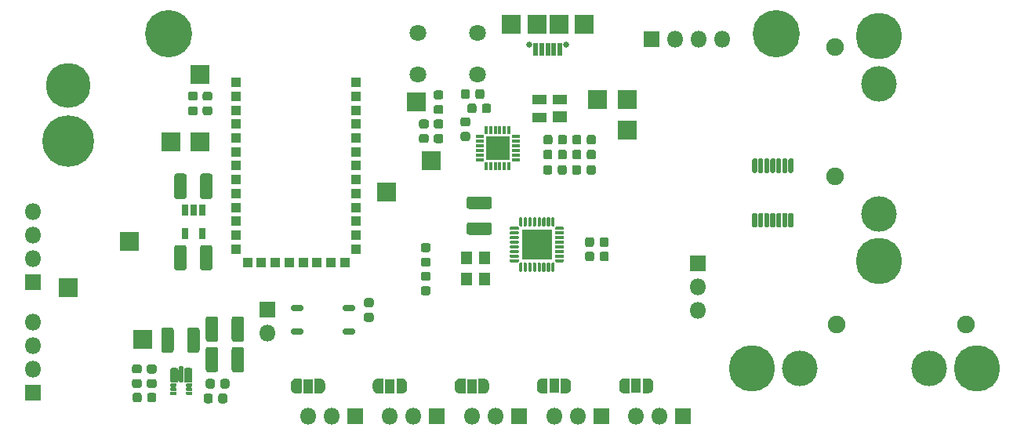
<source format=gbr>
%TF.GenerationSoftware,KiCad,Pcbnew,(5.1.6)-1*%
%TF.CreationDate,2021-08-26T12:07:42+02:00*%
%TF.ProjectId,Car LEDs,43617220-4c45-4447-932e-6b696361645f,rev?*%
%TF.SameCoordinates,Original*%
%TF.FileFunction,Soldermask,Top*%
%TF.FilePolarity,Negative*%
%FSLAX46Y46*%
G04 Gerber Fmt 4.6, Leading zero omitted, Abs format (unit mm)*
G04 Created by KiCad (PCBNEW (5.1.6)-1) date 2021-08-26 12:07:42*
%MOMM*%
%LPD*%
G01*
G04 APERTURE LIST*
%ADD10C,0.900000*%
%ADD11C,5.100000*%
%ADD12R,3.200000X3.200000*%
%ADD13R,2.100000X2.100000*%
%ADD14R,1.200000X1.400000*%
%ADD15O,1.800000X1.800000*%
%ADD16R,1.800000X1.800000*%
%ADD17C,1.800000*%
%ADD18O,1.400000X0.700000*%
%ADD19R,1.100000X1.600000*%
%ADD20C,0.100000*%
%ADD21C,4.840000*%
%ADD22C,5.560000*%
%ADD23C,4.990000*%
%ADD24C,1.900000*%
%ADD25C,3.850000*%
%ADD26R,2.000000X2.000000*%
%ADD27C,0.650000*%
%ADD28R,0.500000X1.450000*%
%ADD29R,0.700000X1.250000*%
%ADD30R,1.100000X1.100000*%
%ADD31R,2.650000X2.650000*%
%ADD32R,0.950000X0.400000*%
%ADD33R,0.400000X0.950000*%
%ADD34R,1.500000X1.000000*%
%ADD35R,1.500000X1.200000*%
G04 APERTURE END LIST*
%TO.C,IC4*%
G36*
G01*
X100780000Y-83170000D02*
X100780000Y-81590000D01*
G75*
G02*
X100905000Y-81465000I125000J0D01*
G01*
X101155000Y-81465000D01*
G75*
G02*
X101280000Y-81590000I0J-125000D01*
G01*
X101280000Y-83170000D01*
G75*
G02*
X101155000Y-83295000I-125000J0D01*
G01*
X100905000Y-83295000D01*
G75*
G02*
X100780000Y-83170000I0J125000D01*
G01*
G37*
G36*
G01*
X101330000Y-83070000D02*
X101330000Y-81920000D01*
G75*
G02*
X101555000Y-81695000I225000J0D01*
G01*
X102005000Y-81695000D01*
G75*
G02*
X102230000Y-81920000I0J-225000D01*
G01*
X102230000Y-83070000D01*
G75*
G02*
X102005000Y-83295000I-225000J0D01*
G01*
X101555000Y-83295000D01*
G75*
G02*
X101330000Y-83070000I0J225000D01*
G01*
G37*
G36*
G01*
X102130000Y-83745000D02*
X101630000Y-83745000D01*
G75*
G02*
X101530000Y-83645000I0J100000D01*
G01*
X101530000Y-83445000D01*
G75*
G02*
X101630000Y-83345000I100000J0D01*
G01*
X102130000Y-83345000D01*
G75*
G02*
X102230000Y-83445000I0J-100000D01*
G01*
X102230000Y-83645000D01*
G75*
G02*
X102130000Y-83745000I-100000J0D01*
G01*
G37*
G36*
G01*
X102130000Y-84195000D02*
X101630000Y-84195000D01*
G75*
G02*
X101530000Y-84095000I0J100000D01*
G01*
X101530000Y-83895000D01*
G75*
G02*
X101630000Y-83795000I100000J0D01*
G01*
X102130000Y-83795000D01*
G75*
G02*
X102230000Y-83895000I0J-100000D01*
G01*
X102230000Y-84095000D01*
G75*
G02*
X102130000Y-84195000I-100000J0D01*
G01*
G37*
G36*
G01*
X102130000Y-84645000D02*
X101630000Y-84645000D01*
G75*
G02*
X101530000Y-84545000I0J100000D01*
G01*
X101530000Y-84345000D01*
G75*
G02*
X101630000Y-84245000I100000J0D01*
G01*
X102130000Y-84245000D01*
G75*
G02*
X102230000Y-84345000I0J-100000D01*
G01*
X102230000Y-84545000D01*
G75*
G02*
X102130000Y-84645000I-100000J0D01*
G01*
G37*
G36*
G01*
X100430000Y-84645000D02*
X99930000Y-84645000D01*
G75*
G02*
X99830000Y-84545000I0J100000D01*
G01*
X99830000Y-84345000D01*
G75*
G02*
X99930000Y-84245000I100000J0D01*
G01*
X100430000Y-84245000D01*
G75*
G02*
X100530000Y-84345000I0J-100000D01*
G01*
X100530000Y-84545000D01*
G75*
G02*
X100430000Y-84645000I-100000J0D01*
G01*
G37*
G36*
G01*
X100430000Y-84195000D02*
X99930000Y-84195000D01*
G75*
G02*
X99830000Y-84095000I0J100000D01*
G01*
X99830000Y-83895000D01*
G75*
G02*
X99930000Y-83795000I100000J0D01*
G01*
X100430000Y-83795000D01*
G75*
G02*
X100530000Y-83895000I0J-100000D01*
G01*
X100530000Y-84095000D01*
G75*
G02*
X100430000Y-84195000I-100000J0D01*
G01*
G37*
G36*
G01*
X100430000Y-83745000D02*
X99930000Y-83745000D01*
G75*
G02*
X99830000Y-83645000I0J100000D01*
G01*
X99830000Y-83445000D01*
G75*
G02*
X99930000Y-83345000I100000J0D01*
G01*
X100430000Y-83345000D01*
G75*
G02*
X100530000Y-83445000I0J-100000D01*
G01*
X100530000Y-83645000D01*
G75*
G02*
X100430000Y-83745000I-100000J0D01*
G01*
G37*
G36*
G01*
X99830000Y-83070000D02*
X99830000Y-81920000D01*
G75*
G02*
X100055000Y-81695000I225000J0D01*
G01*
X100505000Y-81695000D01*
G75*
G02*
X100730000Y-81920000I0J-225000D01*
G01*
X100730000Y-83070000D01*
G75*
G02*
X100505000Y-83295000I-225000J0D01*
G01*
X100055000Y-83295000D01*
G75*
G02*
X99830000Y-83070000I0J225000D01*
G01*
G37*
%TD*%
D10*
%TO.C,H2*%
X166635825Y-44304175D03*
X165310000Y-43755000D03*
X163984175Y-44304175D03*
X163435000Y-45630000D03*
X163984175Y-46955825D03*
X165310000Y-47505000D03*
X166635825Y-46955825D03*
X167185000Y-45630000D03*
D11*
X165310000Y-45630000D03*
%TD*%
D10*
%TO.C,H1*%
X100950000Y-44240000D03*
X99624175Y-43690825D03*
X98298350Y-44240000D03*
X97749175Y-45565825D03*
X98298350Y-46891650D03*
X99624175Y-47440825D03*
X100950000Y-46891650D03*
X101499175Y-45565825D03*
D11*
X99624175Y-45565825D03*
%TD*%
D12*
%TO.C,U1*%
X139427220Y-68368480D03*
G36*
G01*
X137502220Y-66330980D02*
X137502220Y-65530980D01*
G75*
G02*
X137589720Y-65443480I87500J0D01*
G01*
X137764720Y-65443480D01*
G75*
G02*
X137852220Y-65530980I0J-87500D01*
G01*
X137852220Y-66330980D01*
G75*
G02*
X137764720Y-66418480I-87500J0D01*
G01*
X137589720Y-66418480D01*
G75*
G02*
X137502220Y-66330980I0J87500D01*
G01*
G37*
G36*
G01*
X138002220Y-66330980D02*
X138002220Y-65530980D01*
G75*
G02*
X138089720Y-65443480I87500J0D01*
G01*
X138264720Y-65443480D01*
G75*
G02*
X138352220Y-65530980I0J-87500D01*
G01*
X138352220Y-66330980D01*
G75*
G02*
X138264720Y-66418480I-87500J0D01*
G01*
X138089720Y-66418480D01*
G75*
G02*
X138002220Y-66330980I0J87500D01*
G01*
G37*
G36*
G01*
X138502220Y-66330980D02*
X138502220Y-65530980D01*
G75*
G02*
X138589720Y-65443480I87500J0D01*
G01*
X138764720Y-65443480D01*
G75*
G02*
X138852220Y-65530980I0J-87500D01*
G01*
X138852220Y-66330980D01*
G75*
G02*
X138764720Y-66418480I-87500J0D01*
G01*
X138589720Y-66418480D01*
G75*
G02*
X138502220Y-66330980I0J87500D01*
G01*
G37*
G36*
G01*
X139002220Y-66330980D02*
X139002220Y-65530980D01*
G75*
G02*
X139089720Y-65443480I87500J0D01*
G01*
X139264720Y-65443480D01*
G75*
G02*
X139352220Y-65530980I0J-87500D01*
G01*
X139352220Y-66330980D01*
G75*
G02*
X139264720Y-66418480I-87500J0D01*
G01*
X139089720Y-66418480D01*
G75*
G02*
X139002220Y-66330980I0J87500D01*
G01*
G37*
G36*
G01*
X139502220Y-66330980D02*
X139502220Y-65530980D01*
G75*
G02*
X139589720Y-65443480I87500J0D01*
G01*
X139764720Y-65443480D01*
G75*
G02*
X139852220Y-65530980I0J-87500D01*
G01*
X139852220Y-66330980D01*
G75*
G02*
X139764720Y-66418480I-87500J0D01*
G01*
X139589720Y-66418480D01*
G75*
G02*
X139502220Y-66330980I0J87500D01*
G01*
G37*
G36*
G01*
X140002220Y-66330980D02*
X140002220Y-65530980D01*
G75*
G02*
X140089720Y-65443480I87500J0D01*
G01*
X140264720Y-65443480D01*
G75*
G02*
X140352220Y-65530980I0J-87500D01*
G01*
X140352220Y-66330980D01*
G75*
G02*
X140264720Y-66418480I-87500J0D01*
G01*
X140089720Y-66418480D01*
G75*
G02*
X140002220Y-66330980I0J87500D01*
G01*
G37*
G36*
G01*
X140502220Y-66330980D02*
X140502220Y-65530980D01*
G75*
G02*
X140589720Y-65443480I87500J0D01*
G01*
X140764720Y-65443480D01*
G75*
G02*
X140852220Y-65530980I0J-87500D01*
G01*
X140852220Y-66330980D01*
G75*
G02*
X140764720Y-66418480I-87500J0D01*
G01*
X140589720Y-66418480D01*
G75*
G02*
X140502220Y-66330980I0J87500D01*
G01*
G37*
G36*
G01*
X141002220Y-66330980D02*
X141002220Y-65530980D01*
G75*
G02*
X141089720Y-65443480I87500J0D01*
G01*
X141264720Y-65443480D01*
G75*
G02*
X141352220Y-65530980I0J-87500D01*
G01*
X141352220Y-66330980D01*
G75*
G02*
X141264720Y-66418480I-87500J0D01*
G01*
X141089720Y-66418480D01*
G75*
G02*
X141002220Y-66330980I0J87500D01*
G01*
G37*
G36*
G01*
X141377220Y-66705980D02*
X141377220Y-66530980D01*
G75*
G02*
X141464720Y-66443480I87500J0D01*
G01*
X142264720Y-66443480D01*
G75*
G02*
X142352220Y-66530980I0J-87500D01*
G01*
X142352220Y-66705980D01*
G75*
G02*
X142264720Y-66793480I-87500J0D01*
G01*
X141464720Y-66793480D01*
G75*
G02*
X141377220Y-66705980I0J87500D01*
G01*
G37*
G36*
G01*
X141377220Y-67205980D02*
X141377220Y-67030980D01*
G75*
G02*
X141464720Y-66943480I87500J0D01*
G01*
X142264720Y-66943480D01*
G75*
G02*
X142352220Y-67030980I0J-87500D01*
G01*
X142352220Y-67205980D01*
G75*
G02*
X142264720Y-67293480I-87500J0D01*
G01*
X141464720Y-67293480D01*
G75*
G02*
X141377220Y-67205980I0J87500D01*
G01*
G37*
G36*
G01*
X141377220Y-67705980D02*
X141377220Y-67530980D01*
G75*
G02*
X141464720Y-67443480I87500J0D01*
G01*
X142264720Y-67443480D01*
G75*
G02*
X142352220Y-67530980I0J-87500D01*
G01*
X142352220Y-67705980D01*
G75*
G02*
X142264720Y-67793480I-87500J0D01*
G01*
X141464720Y-67793480D01*
G75*
G02*
X141377220Y-67705980I0J87500D01*
G01*
G37*
G36*
G01*
X141377220Y-68205980D02*
X141377220Y-68030980D01*
G75*
G02*
X141464720Y-67943480I87500J0D01*
G01*
X142264720Y-67943480D01*
G75*
G02*
X142352220Y-68030980I0J-87500D01*
G01*
X142352220Y-68205980D01*
G75*
G02*
X142264720Y-68293480I-87500J0D01*
G01*
X141464720Y-68293480D01*
G75*
G02*
X141377220Y-68205980I0J87500D01*
G01*
G37*
G36*
G01*
X141377220Y-68705980D02*
X141377220Y-68530980D01*
G75*
G02*
X141464720Y-68443480I87500J0D01*
G01*
X142264720Y-68443480D01*
G75*
G02*
X142352220Y-68530980I0J-87500D01*
G01*
X142352220Y-68705980D01*
G75*
G02*
X142264720Y-68793480I-87500J0D01*
G01*
X141464720Y-68793480D01*
G75*
G02*
X141377220Y-68705980I0J87500D01*
G01*
G37*
G36*
G01*
X141377220Y-69205980D02*
X141377220Y-69030980D01*
G75*
G02*
X141464720Y-68943480I87500J0D01*
G01*
X142264720Y-68943480D01*
G75*
G02*
X142352220Y-69030980I0J-87500D01*
G01*
X142352220Y-69205980D01*
G75*
G02*
X142264720Y-69293480I-87500J0D01*
G01*
X141464720Y-69293480D01*
G75*
G02*
X141377220Y-69205980I0J87500D01*
G01*
G37*
G36*
G01*
X141377220Y-69705980D02*
X141377220Y-69530980D01*
G75*
G02*
X141464720Y-69443480I87500J0D01*
G01*
X142264720Y-69443480D01*
G75*
G02*
X142352220Y-69530980I0J-87500D01*
G01*
X142352220Y-69705980D01*
G75*
G02*
X142264720Y-69793480I-87500J0D01*
G01*
X141464720Y-69793480D01*
G75*
G02*
X141377220Y-69705980I0J87500D01*
G01*
G37*
G36*
G01*
X141377220Y-70205980D02*
X141377220Y-70030980D01*
G75*
G02*
X141464720Y-69943480I87500J0D01*
G01*
X142264720Y-69943480D01*
G75*
G02*
X142352220Y-70030980I0J-87500D01*
G01*
X142352220Y-70205980D01*
G75*
G02*
X142264720Y-70293480I-87500J0D01*
G01*
X141464720Y-70293480D01*
G75*
G02*
X141377220Y-70205980I0J87500D01*
G01*
G37*
G36*
G01*
X141002220Y-71205980D02*
X141002220Y-70405980D01*
G75*
G02*
X141089720Y-70318480I87500J0D01*
G01*
X141264720Y-70318480D01*
G75*
G02*
X141352220Y-70405980I0J-87500D01*
G01*
X141352220Y-71205980D01*
G75*
G02*
X141264720Y-71293480I-87500J0D01*
G01*
X141089720Y-71293480D01*
G75*
G02*
X141002220Y-71205980I0J87500D01*
G01*
G37*
G36*
G01*
X140502220Y-71205980D02*
X140502220Y-70405980D01*
G75*
G02*
X140589720Y-70318480I87500J0D01*
G01*
X140764720Y-70318480D01*
G75*
G02*
X140852220Y-70405980I0J-87500D01*
G01*
X140852220Y-71205980D01*
G75*
G02*
X140764720Y-71293480I-87500J0D01*
G01*
X140589720Y-71293480D01*
G75*
G02*
X140502220Y-71205980I0J87500D01*
G01*
G37*
G36*
G01*
X140002220Y-71205980D02*
X140002220Y-70405980D01*
G75*
G02*
X140089720Y-70318480I87500J0D01*
G01*
X140264720Y-70318480D01*
G75*
G02*
X140352220Y-70405980I0J-87500D01*
G01*
X140352220Y-71205980D01*
G75*
G02*
X140264720Y-71293480I-87500J0D01*
G01*
X140089720Y-71293480D01*
G75*
G02*
X140002220Y-71205980I0J87500D01*
G01*
G37*
G36*
G01*
X139502220Y-71205980D02*
X139502220Y-70405980D01*
G75*
G02*
X139589720Y-70318480I87500J0D01*
G01*
X139764720Y-70318480D01*
G75*
G02*
X139852220Y-70405980I0J-87500D01*
G01*
X139852220Y-71205980D01*
G75*
G02*
X139764720Y-71293480I-87500J0D01*
G01*
X139589720Y-71293480D01*
G75*
G02*
X139502220Y-71205980I0J87500D01*
G01*
G37*
G36*
G01*
X139002220Y-71205980D02*
X139002220Y-70405980D01*
G75*
G02*
X139089720Y-70318480I87500J0D01*
G01*
X139264720Y-70318480D01*
G75*
G02*
X139352220Y-70405980I0J-87500D01*
G01*
X139352220Y-71205980D01*
G75*
G02*
X139264720Y-71293480I-87500J0D01*
G01*
X139089720Y-71293480D01*
G75*
G02*
X139002220Y-71205980I0J87500D01*
G01*
G37*
G36*
G01*
X138502220Y-71205980D02*
X138502220Y-70405980D01*
G75*
G02*
X138589720Y-70318480I87500J0D01*
G01*
X138764720Y-70318480D01*
G75*
G02*
X138852220Y-70405980I0J-87500D01*
G01*
X138852220Y-71205980D01*
G75*
G02*
X138764720Y-71293480I-87500J0D01*
G01*
X138589720Y-71293480D01*
G75*
G02*
X138502220Y-71205980I0J87500D01*
G01*
G37*
G36*
G01*
X138002220Y-71205980D02*
X138002220Y-70405980D01*
G75*
G02*
X138089720Y-70318480I87500J0D01*
G01*
X138264720Y-70318480D01*
G75*
G02*
X138352220Y-70405980I0J-87500D01*
G01*
X138352220Y-71205980D01*
G75*
G02*
X138264720Y-71293480I-87500J0D01*
G01*
X138089720Y-71293480D01*
G75*
G02*
X138002220Y-71205980I0J87500D01*
G01*
G37*
G36*
G01*
X137502220Y-71205980D02*
X137502220Y-70405980D01*
G75*
G02*
X137589720Y-70318480I87500J0D01*
G01*
X137764720Y-70318480D01*
G75*
G02*
X137852220Y-70405980I0J-87500D01*
G01*
X137852220Y-71205980D01*
G75*
G02*
X137764720Y-71293480I-87500J0D01*
G01*
X137589720Y-71293480D01*
G75*
G02*
X137502220Y-71205980I0J87500D01*
G01*
G37*
G36*
G01*
X136502220Y-70205980D02*
X136502220Y-70030980D01*
G75*
G02*
X136589720Y-69943480I87500J0D01*
G01*
X137389720Y-69943480D01*
G75*
G02*
X137477220Y-70030980I0J-87500D01*
G01*
X137477220Y-70205980D01*
G75*
G02*
X137389720Y-70293480I-87500J0D01*
G01*
X136589720Y-70293480D01*
G75*
G02*
X136502220Y-70205980I0J87500D01*
G01*
G37*
G36*
G01*
X136502220Y-69705980D02*
X136502220Y-69530980D01*
G75*
G02*
X136589720Y-69443480I87500J0D01*
G01*
X137389720Y-69443480D01*
G75*
G02*
X137477220Y-69530980I0J-87500D01*
G01*
X137477220Y-69705980D01*
G75*
G02*
X137389720Y-69793480I-87500J0D01*
G01*
X136589720Y-69793480D01*
G75*
G02*
X136502220Y-69705980I0J87500D01*
G01*
G37*
G36*
G01*
X136502220Y-69205980D02*
X136502220Y-69030980D01*
G75*
G02*
X136589720Y-68943480I87500J0D01*
G01*
X137389720Y-68943480D01*
G75*
G02*
X137477220Y-69030980I0J-87500D01*
G01*
X137477220Y-69205980D01*
G75*
G02*
X137389720Y-69293480I-87500J0D01*
G01*
X136589720Y-69293480D01*
G75*
G02*
X136502220Y-69205980I0J87500D01*
G01*
G37*
G36*
G01*
X136502220Y-68705980D02*
X136502220Y-68530980D01*
G75*
G02*
X136589720Y-68443480I87500J0D01*
G01*
X137389720Y-68443480D01*
G75*
G02*
X137477220Y-68530980I0J-87500D01*
G01*
X137477220Y-68705980D01*
G75*
G02*
X137389720Y-68793480I-87500J0D01*
G01*
X136589720Y-68793480D01*
G75*
G02*
X136502220Y-68705980I0J87500D01*
G01*
G37*
G36*
G01*
X136502220Y-68205980D02*
X136502220Y-68030980D01*
G75*
G02*
X136589720Y-67943480I87500J0D01*
G01*
X137389720Y-67943480D01*
G75*
G02*
X137477220Y-68030980I0J-87500D01*
G01*
X137477220Y-68205980D01*
G75*
G02*
X137389720Y-68293480I-87500J0D01*
G01*
X136589720Y-68293480D01*
G75*
G02*
X136502220Y-68205980I0J87500D01*
G01*
G37*
G36*
G01*
X136502220Y-67705980D02*
X136502220Y-67530980D01*
G75*
G02*
X136589720Y-67443480I87500J0D01*
G01*
X137389720Y-67443480D01*
G75*
G02*
X137477220Y-67530980I0J-87500D01*
G01*
X137477220Y-67705980D01*
G75*
G02*
X137389720Y-67793480I-87500J0D01*
G01*
X136589720Y-67793480D01*
G75*
G02*
X136502220Y-67705980I0J87500D01*
G01*
G37*
G36*
G01*
X136502220Y-67205980D02*
X136502220Y-67030980D01*
G75*
G02*
X136589720Y-66943480I87500J0D01*
G01*
X137389720Y-66943480D01*
G75*
G02*
X137477220Y-67030980I0J-87500D01*
G01*
X137477220Y-67205980D01*
G75*
G02*
X137389720Y-67293480I-87500J0D01*
G01*
X136589720Y-67293480D01*
G75*
G02*
X136502220Y-67205980I0J87500D01*
G01*
G37*
G36*
G01*
X136502220Y-66705980D02*
X136502220Y-66530980D01*
G75*
G02*
X136589720Y-66443480I87500J0D01*
G01*
X137389720Y-66443480D01*
G75*
G02*
X137477220Y-66530980I0J-87500D01*
G01*
X137477220Y-66705980D01*
G75*
G02*
X137389720Y-66793480I-87500J0D01*
G01*
X136589720Y-66793480D01*
G75*
G02*
X136502220Y-66705980I0J87500D01*
G01*
G37*
%TD*%
%TO.C,IC2*%
G36*
G01*
X163225000Y-59202000D02*
X163225000Y-60502000D01*
G75*
G02*
X163087500Y-60639500I-137500J0D01*
G01*
X162812500Y-60639500D01*
G75*
G02*
X162675000Y-60502000I0J137500D01*
G01*
X162675000Y-59202000D01*
G75*
G02*
X162812500Y-59064500I137500J0D01*
G01*
X163087500Y-59064500D01*
G75*
G02*
X163225000Y-59202000I0J-137500D01*
G01*
G37*
G36*
G01*
X163875000Y-59202000D02*
X163875000Y-60502000D01*
G75*
G02*
X163737500Y-60639500I-137500J0D01*
G01*
X163462500Y-60639500D01*
G75*
G02*
X163325000Y-60502000I0J137500D01*
G01*
X163325000Y-59202000D01*
G75*
G02*
X163462500Y-59064500I137500J0D01*
G01*
X163737500Y-59064500D01*
G75*
G02*
X163875000Y-59202000I0J-137500D01*
G01*
G37*
G36*
G01*
X164525000Y-59202000D02*
X164525000Y-60502000D01*
G75*
G02*
X164387500Y-60639500I-137500J0D01*
G01*
X164112500Y-60639500D01*
G75*
G02*
X163975000Y-60502000I0J137500D01*
G01*
X163975000Y-59202000D01*
G75*
G02*
X164112500Y-59064500I137500J0D01*
G01*
X164387500Y-59064500D01*
G75*
G02*
X164525000Y-59202000I0J-137500D01*
G01*
G37*
G36*
G01*
X165175000Y-59202000D02*
X165175000Y-60502000D01*
G75*
G02*
X165037500Y-60639500I-137500J0D01*
G01*
X164762500Y-60639500D01*
G75*
G02*
X164625000Y-60502000I0J137500D01*
G01*
X164625000Y-59202000D01*
G75*
G02*
X164762500Y-59064500I137500J0D01*
G01*
X165037500Y-59064500D01*
G75*
G02*
X165175000Y-59202000I0J-137500D01*
G01*
G37*
G36*
G01*
X165825000Y-59202000D02*
X165825000Y-60502000D01*
G75*
G02*
X165687500Y-60639500I-137500J0D01*
G01*
X165412500Y-60639500D01*
G75*
G02*
X165275000Y-60502000I0J137500D01*
G01*
X165275000Y-59202000D01*
G75*
G02*
X165412500Y-59064500I137500J0D01*
G01*
X165687500Y-59064500D01*
G75*
G02*
X165825000Y-59202000I0J-137500D01*
G01*
G37*
G36*
G01*
X166475000Y-59202000D02*
X166475000Y-60502000D01*
G75*
G02*
X166337500Y-60639500I-137500J0D01*
G01*
X166062500Y-60639500D01*
G75*
G02*
X165925000Y-60502000I0J137500D01*
G01*
X165925000Y-59202000D01*
G75*
G02*
X166062500Y-59064500I137500J0D01*
G01*
X166337500Y-59064500D01*
G75*
G02*
X166475000Y-59202000I0J-137500D01*
G01*
G37*
G36*
G01*
X167125000Y-59202000D02*
X167125000Y-60502000D01*
G75*
G02*
X166987500Y-60639500I-137500J0D01*
G01*
X166712500Y-60639500D01*
G75*
G02*
X166575000Y-60502000I0J137500D01*
G01*
X166575000Y-59202000D01*
G75*
G02*
X166712500Y-59064500I137500J0D01*
G01*
X166987500Y-59064500D01*
G75*
G02*
X167125000Y-59202000I0J-137500D01*
G01*
G37*
G36*
G01*
X167125000Y-65078000D02*
X167125000Y-66378000D01*
G75*
G02*
X166987500Y-66515500I-137500J0D01*
G01*
X166712500Y-66515500D01*
G75*
G02*
X166575000Y-66378000I0J137500D01*
G01*
X166575000Y-65078000D01*
G75*
G02*
X166712500Y-64940500I137500J0D01*
G01*
X166987500Y-64940500D01*
G75*
G02*
X167125000Y-65078000I0J-137500D01*
G01*
G37*
G36*
G01*
X166475000Y-65078000D02*
X166475000Y-66378000D01*
G75*
G02*
X166337500Y-66515500I-137500J0D01*
G01*
X166062500Y-66515500D01*
G75*
G02*
X165925000Y-66378000I0J137500D01*
G01*
X165925000Y-65078000D01*
G75*
G02*
X166062500Y-64940500I137500J0D01*
G01*
X166337500Y-64940500D01*
G75*
G02*
X166475000Y-65078000I0J-137500D01*
G01*
G37*
G36*
G01*
X165825000Y-65078000D02*
X165825000Y-66378000D01*
G75*
G02*
X165687500Y-66515500I-137500J0D01*
G01*
X165412500Y-66515500D01*
G75*
G02*
X165275000Y-66378000I0J137500D01*
G01*
X165275000Y-65078000D01*
G75*
G02*
X165412500Y-64940500I137500J0D01*
G01*
X165687500Y-64940500D01*
G75*
G02*
X165825000Y-65078000I0J-137500D01*
G01*
G37*
G36*
G01*
X165175000Y-65078000D02*
X165175000Y-66378000D01*
G75*
G02*
X165037500Y-66515500I-137500J0D01*
G01*
X164762500Y-66515500D01*
G75*
G02*
X164625000Y-66378000I0J137500D01*
G01*
X164625000Y-65078000D01*
G75*
G02*
X164762500Y-64940500I137500J0D01*
G01*
X165037500Y-64940500D01*
G75*
G02*
X165175000Y-65078000I0J-137500D01*
G01*
G37*
G36*
G01*
X164525000Y-65078000D02*
X164525000Y-66378000D01*
G75*
G02*
X164387500Y-66515500I-137500J0D01*
G01*
X164112500Y-66515500D01*
G75*
G02*
X163975000Y-66378000I0J137500D01*
G01*
X163975000Y-65078000D01*
G75*
G02*
X164112500Y-64940500I137500J0D01*
G01*
X164387500Y-64940500D01*
G75*
G02*
X164525000Y-65078000I0J-137500D01*
G01*
G37*
G36*
G01*
X163875000Y-65078000D02*
X163875000Y-66378000D01*
G75*
G02*
X163737500Y-66515500I-137500J0D01*
G01*
X163462500Y-66515500D01*
G75*
G02*
X163325000Y-66378000I0J137500D01*
G01*
X163325000Y-65078000D01*
G75*
G02*
X163462500Y-64940500I137500J0D01*
G01*
X163737500Y-64940500D01*
G75*
G02*
X163875000Y-65078000I0J-137500D01*
G01*
G37*
G36*
G01*
X163225000Y-65078000D02*
X163225000Y-66378000D01*
G75*
G02*
X163087500Y-66515500I-137500J0D01*
G01*
X162812500Y-66515500D01*
G75*
G02*
X162675000Y-66378000I0J137500D01*
G01*
X162675000Y-65078000D01*
G75*
G02*
X162812500Y-64940500I137500J0D01*
G01*
X163087500Y-64940500D01*
G75*
G02*
X163225000Y-65078000I0J-137500D01*
G01*
G37*
%TD*%
D13*
%TO.C,TP13*%
X103044200Y-57267400D03*
%TD*%
%TO.C,TP12*%
X103044200Y-49952200D03*
%TD*%
D14*
%TO.C,Y1*%
X133755000Y-69770000D03*
X133755000Y-72070000D03*
X131855000Y-72070000D03*
X131855000Y-69770000D03*
%TD*%
D15*
%TO.C,J11*%
X150140000Y-86910000D03*
X152680000Y-86910000D03*
D16*
X155220000Y-86910000D03*
%TD*%
D15*
%TO.C,J10*%
X141280000Y-86910000D03*
X143820000Y-86910000D03*
D16*
X146360000Y-86910000D03*
%TD*%
D15*
%TO.C,J9*%
X132410000Y-86920000D03*
X134950000Y-86920000D03*
D16*
X137490000Y-86920000D03*
%TD*%
D15*
%TO.C,J8*%
X123540000Y-86910000D03*
X126080000Y-86910000D03*
D16*
X128620000Y-86910000D03*
%TD*%
D15*
%TO.C,J7*%
X114700000Y-86910000D03*
X117240000Y-86910000D03*
D16*
X119780000Y-86910000D03*
%TD*%
D13*
%TO.C,TP11*%
X95440000Y-68050000D03*
%TD*%
%TO.C,TP10*%
X96827200Y-78588000D03*
%TD*%
%TO.C,TP9*%
X99885000Y-57255000D03*
%TD*%
%TO.C,TP8*%
X123200000Y-62660000D03*
%TD*%
%TO.C,TP7*%
X126406000Y-52962000D03*
%TD*%
%TO.C,TP6*%
X88840000Y-73030000D03*
%TD*%
%TO.C,TP5*%
X128056000Y-59272000D03*
%TD*%
%TO.C,TP4*%
X145935000Y-52730000D03*
%TD*%
%TO.C,TP3*%
X149210000Y-56000000D03*
%TD*%
%TO.C,TP2*%
X149170000Y-52720000D03*
%TD*%
D17*
%TO.C,SW1*%
X126556000Y-45500000D03*
X133056000Y-50000000D03*
X133056000Y-45500000D03*
X126556000Y-50000000D03*
%TD*%
%TO.C,R12*%
G36*
G01*
X97352500Y-85181250D02*
X97352500Y-84618750D01*
G75*
G02*
X97596250Y-84375000I243750J0D01*
G01*
X98083750Y-84375000D01*
G75*
G02*
X98327500Y-84618750I0J-243750D01*
G01*
X98327500Y-85181250D01*
G75*
G02*
X98083750Y-85425000I-243750J0D01*
G01*
X97596250Y-85425000D01*
G75*
G02*
X97352500Y-85181250I0J243750D01*
G01*
G37*
G36*
G01*
X95777500Y-85181250D02*
X95777500Y-84618750D01*
G75*
G02*
X96021250Y-84375000I243750J0D01*
G01*
X96508750Y-84375000D01*
G75*
G02*
X96752500Y-84618750I0J-243750D01*
G01*
X96752500Y-85181250D01*
G75*
G02*
X96508750Y-85425000I-243750J0D01*
G01*
X96021250Y-85425000D01*
G75*
G02*
X95777500Y-85181250I0J243750D01*
G01*
G37*
%TD*%
%TO.C,R11*%
G36*
G01*
X97558750Y-82900000D02*
X98121250Y-82900000D01*
G75*
G02*
X98365000Y-83143750I0J-243750D01*
G01*
X98365000Y-83631250D01*
G75*
G02*
X98121250Y-83875000I-243750J0D01*
G01*
X97558750Y-83875000D01*
G75*
G02*
X97315000Y-83631250I0J243750D01*
G01*
X97315000Y-83143750D01*
G75*
G02*
X97558750Y-82900000I243750J0D01*
G01*
G37*
G36*
G01*
X97558750Y-81325000D02*
X98121250Y-81325000D01*
G75*
G02*
X98365000Y-81568750I0J-243750D01*
G01*
X98365000Y-82056250D01*
G75*
G02*
X98121250Y-82300000I-243750J0D01*
G01*
X97558750Y-82300000D01*
G75*
G02*
X97315000Y-82056250I0J243750D01*
G01*
X97315000Y-81568750D01*
G75*
G02*
X97558750Y-81325000I243750J0D01*
G01*
G37*
%TD*%
%TO.C,R10*%
G36*
G01*
X128524750Y-53289500D02*
X129087250Y-53289500D01*
G75*
G02*
X129331000Y-53533250I0J-243750D01*
G01*
X129331000Y-54020750D01*
G75*
G02*
X129087250Y-54264500I-243750J0D01*
G01*
X128524750Y-54264500D01*
G75*
G02*
X128281000Y-54020750I0J243750D01*
G01*
X128281000Y-53533250D01*
G75*
G02*
X128524750Y-53289500I243750J0D01*
G01*
G37*
G36*
G01*
X128524750Y-51714500D02*
X129087250Y-51714500D01*
G75*
G02*
X129331000Y-51958250I0J-243750D01*
G01*
X129331000Y-52445750D01*
G75*
G02*
X129087250Y-52689500I-243750J0D01*
G01*
X128524750Y-52689500D01*
G75*
G02*
X128281000Y-52445750I0J243750D01*
G01*
X128281000Y-51958250D01*
G75*
G02*
X128524750Y-51714500I243750J0D01*
G01*
G37*
%TD*%
%TO.C,R9*%
G36*
G01*
X102000950Y-53427300D02*
X102563450Y-53427300D01*
G75*
G02*
X102807200Y-53671050I0J-243750D01*
G01*
X102807200Y-54158550D01*
G75*
G02*
X102563450Y-54402300I-243750J0D01*
G01*
X102000950Y-54402300D01*
G75*
G02*
X101757200Y-54158550I0J243750D01*
G01*
X101757200Y-53671050D01*
G75*
G02*
X102000950Y-53427300I243750J0D01*
G01*
G37*
G36*
G01*
X102000950Y-51852300D02*
X102563450Y-51852300D01*
G75*
G02*
X102807200Y-52096050I0J-243750D01*
G01*
X102807200Y-52583550D01*
G75*
G02*
X102563450Y-52827300I-243750J0D01*
G01*
X102000950Y-52827300D01*
G75*
G02*
X101757200Y-52583550I0J243750D01*
G01*
X101757200Y-52096050D01*
G75*
G02*
X102000950Y-51852300I243750J0D01*
G01*
G37*
%TD*%
%TO.C,R8*%
G36*
G01*
X104138250Y-52827100D02*
X103575750Y-52827100D01*
G75*
G02*
X103332000Y-52583350I0J243750D01*
G01*
X103332000Y-52095850D01*
G75*
G02*
X103575750Y-51852100I243750J0D01*
G01*
X104138250Y-51852100D01*
G75*
G02*
X104382000Y-52095850I0J-243750D01*
G01*
X104382000Y-52583350D01*
G75*
G02*
X104138250Y-52827100I-243750J0D01*
G01*
G37*
G36*
G01*
X104138250Y-54402100D02*
X103575750Y-54402100D01*
G75*
G02*
X103332000Y-54158350I0J243750D01*
G01*
X103332000Y-53670850D01*
G75*
G02*
X103575750Y-53427100I243750J0D01*
G01*
X104138250Y-53427100D01*
G75*
G02*
X104382000Y-53670850I0J-243750D01*
G01*
X104382000Y-54158350D01*
G75*
G02*
X104138250Y-54402100I-243750J0D01*
G01*
G37*
%TD*%
%TO.C,R7*%
G36*
G01*
X141697500Y-58931250D02*
X141697500Y-58368750D01*
G75*
G02*
X141941250Y-58125000I243750J0D01*
G01*
X142428750Y-58125000D01*
G75*
G02*
X142672500Y-58368750I0J-243750D01*
G01*
X142672500Y-58931250D01*
G75*
G02*
X142428750Y-59175000I-243750J0D01*
G01*
X141941250Y-59175000D01*
G75*
G02*
X141697500Y-58931250I0J243750D01*
G01*
G37*
G36*
G01*
X140122500Y-58931250D02*
X140122500Y-58368750D01*
G75*
G02*
X140366250Y-58125000I243750J0D01*
G01*
X140853750Y-58125000D01*
G75*
G02*
X141097500Y-58368750I0J-243750D01*
G01*
X141097500Y-58931250D01*
G75*
G02*
X140853750Y-59175000I-243750J0D01*
G01*
X140366250Y-59175000D01*
G75*
G02*
X140122500Y-58931250I0J243750D01*
G01*
G37*
%TD*%
%TO.C,R6*%
G36*
G01*
X141682500Y-60581250D02*
X141682500Y-60018750D01*
G75*
G02*
X141926250Y-59775000I243750J0D01*
G01*
X142413750Y-59775000D01*
G75*
G02*
X142657500Y-60018750I0J-243750D01*
G01*
X142657500Y-60581250D01*
G75*
G02*
X142413750Y-60825000I-243750J0D01*
G01*
X141926250Y-60825000D01*
G75*
G02*
X141682500Y-60581250I0J243750D01*
G01*
G37*
G36*
G01*
X140107500Y-60581250D02*
X140107500Y-60018750D01*
G75*
G02*
X140351250Y-59775000I243750J0D01*
G01*
X140838750Y-59775000D01*
G75*
G02*
X141082500Y-60018750I0J-243750D01*
G01*
X141082500Y-60581250D01*
G75*
G02*
X140838750Y-60825000I-243750J0D01*
G01*
X140351250Y-60825000D01*
G75*
G02*
X140107500Y-60581250I0J243750D01*
G01*
G37*
%TD*%
%TO.C,R5*%
G36*
G01*
X132782500Y-52391250D02*
X132782500Y-51828750D01*
G75*
G02*
X133026250Y-51585000I243750J0D01*
G01*
X133513750Y-51585000D01*
G75*
G02*
X133757500Y-51828750I0J-243750D01*
G01*
X133757500Y-52391250D01*
G75*
G02*
X133513750Y-52635000I-243750J0D01*
G01*
X133026250Y-52635000D01*
G75*
G02*
X132782500Y-52391250I0J243750D01*
G01*
G37*
G36*
G01*
X131207500Y-52391250D02*
X131207500Y-51828750D01*
G75*
G02*
X131451250Y-51585000I243750J0D01*
G01*
X131938750Y-51585000D01*
G75*
G02*
X132182500Y-51828750I0J-243750D01*
G01*
X132182500Y-52391250D01*
G75*
G02*
X131938750Y-52635000I-243750J0D01*
G01*
X131451250Y-52635000D01*
G75*
G02*
X131207500Y-52391250I0J243750D01*
G01*
G37*
%TD*%
%TO.C,R4*%
G36*
G01*
X131986250Y-55600000D02*
X131423750Y-55600000D01*
G75*
G02*
X131180000Y-55356250I0J243750D01*
G01*
X131180000Y-54868750D01*
G75*
G02*
X131423750Y-54625000I243750J0D01*
G01*
X131986250Y-54625000D01*
G75*
G02*
X132230000Y-54868750I0J-243750D01*
G01*
X132230000Y-55356250D01*
G75*
G02*
X131986250Y-55600000I-243750J0D01*
G01*
G37*
G36*
G01*
X131986250Y-57175000D02*
X131423750Y-57175000D01*
G75*
G02*
X131180000Y-56931250I0J243750D01*
G01*
X131180000Y-56443750D01*
G75*
G02*
X131423750Y-56200000I243750J0D01*
G01*
X131986250Y-56200000D01*
G75*
G02*
X132230000Y-56443750I0J-243750D01*
G01*
X132230000Y-56931250D01*
G75*
G02*
X131986250Y-57175000I-243750J0D01*
G01*
G37*
%TD*%
%TO.C,R3*%
G36*
G01*
X141110000Y-56758750D02*
X141110000Y-57321250D01*
G75*
G02*
X140866250Y-57565000I-243750J0D01*
G01*
X140378750Y-57565000D01*
G75*
G02*
X140135000Y-57321250I0J243750D01*
G01*
X140135000Y-56758750D01*
G75*
G02*
X140378750Y-56515000I243750J0D01*
G01*
X140866250Y-56515000D01*
G75*
G02*
X141110000Y-56758750I0J-243750D01*
G01*
G37*
G36*
G01*
X142685000Y-56758750D02*
X142685000Y-57321250D01*
G75*
G02*
X142441250Y-57565000I-243750J0D01*
G01*
X141953750Y-57565000D01*
G75*
G02*
X141710000Y-57321250I0J243750D01*
G01*
X141710000Y-56758750D01*
G75*
G02*
X141953750Y-56515000I243750J0D01*
G01*
X142441250Y-56515000D01*
G75*
G02*
X142685000Y-56758750I0J-243750D01*
G01*
G37*
%TD*%
%TO.C,R2*%
G36*
G01*
X132902500Y-53378750D02*
X132902500Y-53941250D01*
G75*
G02*
X132658750Y-54185000I-243750J0D01*
G01*
X132171250Y-54185000D01*
G75*
G02*
X131927500Y-53941250I0J243750D01*
G01*
X131927500Y-53378750D01*
G75*
G02*
X132171250Y-53135000I243750J0D01*
G01*
X132658750Y-53135000D01*
G75*
G02*
X132902500Y-53378750I0J-243750D01*
G01*
G37*
G36*
G01*
X134477500Y-53378750D02*
X134477500Y-53941250D01*
G75*
G02*
X134233750Y-54185000I-243750J0D01*
G01*
X133746250Y-54185000D01*
G75*
G02*
X133502500Y-53941250I0J243750D01*
G01*
X133502500Y-53378750D01*
G75*
G02*
X133746250Y-53135000I243750J0D01*
G01*
X134233750Y-53135000D01*
G75*
G02*
X134477500Y-53378750I0J-243750D01*
G01*
G37*
%TD*%
%TO.C,R1*%
G36*
G01*
X121561250Y-75140000D02*
X120998750Y-75140000D01*
G75*
G02*
X120755000Y-74896250I0J243750D01*
G01*
X120755000Y-74408750D01*
G75*
G02*
X120998750Y-74165000I243750J0D01*
G01*
X121561250Y-74165000D01*
G75*
G02*
X121805000Y-74408750I0J-243750D01*
G01*
X121805000Y-74896250D01*
G75*
G02*
X121561250Y-75140000I-243750J0D01*
G01*
G37*
G36*
G01*
X121561250Y-76715000D02*
X120998750Y-76715000D01*
G75*
G02*
X120755000Y-76471250I0J243750D01*
G01*
X120755000Y-75983750D01*
G75*
G02*
X120998750Y-75740000I243750J0D01*
G01*
X121561250Y-75740000D01*
G75*
G02*
X121805000Y-75983750I0J-243750D01*
G01*
X121805000Y-76471250D01*
G75*
G02*
X121561250Y-76715000I-243750J0D01*
G01*
G37*
%TD*%
%TO.C,L1*%
G36*
G01*
X105252500Y-83681250D02*
X105252500Y-83118750D01*
G75*
G02*
X105496250Y-82875000I243750J0D01*
G01*
X105983750Y-82875000D01*
G75*
G02*
X106227500Y-83118750I0J-243750D01*
G01*
X106227500Y-83681250D01*
G75*
G02*
X105983750Y-83925000I-243750J0D01*
G01*
X105496250Y-83925000D01*
G75*
G02*
X105252500Y-83681250I0J243750D01*
G01*
G37*
G36*
G01*
X103677500Y-83681250D02*
X103677500Y-83118750D01*
G75*
G02*
X103921250Y-82875000I243750J0D01*
G01*
X104408750Y-82875000D01*
G75*
G02*
X104652500Y-83118750I0J-243750D01*
G01*
X104652500Y-83681250D01*
G75*
G02*
X104408750Y-83925000I-243750J0D01*
G01*
X103921250Y-83925000D01*
G75*
G02*
X103677500Y-83681250I0J243750D01*
G01*
G37*
%TD*%
D18*
%TO.C,K1*%
X113540000Y-77770000D03*
X113540000Y-75230000D03*
X119140000Y-75230000D03*
X119140000Y-77770000D03*
%TD*%
D19*
%TO.C,JP5*%
X150150000Y-83620000D03*
D20*
G36*
X148843889Y-84419398D02*
G01*
X148825466Y-84419398D01*
X148820565Y-84419157D01*
X148771734Y-84414347D01*
X148766881Y-84413627D01*
X148718756Y-84404055D01*
X148713995Y-84402863D01*
X148667040Y-84388619D01*
X148662421Y-84386966D01*
X148617088Y-84368189D01*
X148612651Y-84366091D01*
X148569378Y-84342960D01*
X148565171Y-84340438D01*
X148524372Y-84313178D01*
X148520430Y-84310254D01*
X148482501Y-84279126D01*
X148478866Y-84275831D01*
X148444169Y-84241134D01*
X148440874Y-84237499D01*
X148409746Y-84199570D01*
X148406822Y-84195628D01*
X148379562Y-84154829D01*
X148377040Y-84150622D01*
X148353909Y-84107349D01*
X148351811Y-84102912D01*
X148333034Y-84057579D01*
X148331381Y-84052960D01*
X148317137Y-84006005D01*
X148315945Y-84001244D01*
X148306373Y-83953119D01*
X148305653Y-83948266D01*
X148300843Y-83899435D01*
X148300602Y-83894534D01*
X148300602Y-83876111D01*
X148300000Y-83870000D01*
X148300000Y-83370000D01*
X148300602Y-83363889D01*
X148300602Y-83345466D01*
X148300843Y-83340565D01*
X148305653Y-83291734D01*
X148306373Y-83286881D01*
X148315945Y-83238756D01*
X148317137Y-83233995D01*
X148331381Y-83187040D01*
X148333034Y-83182421D01*
X148351811Y-83137088D01*
X148353909Y-83132651D01*
X148377040Y-83089378D01*
X148379562Y-83085171D01*
X148406822Y-83044372D01*
X148409746Y-83040430D01*
X148440874Y-83002501D01*
X148444169Y-82998866D01*
X148478866Y-82964169D01*
X148482501Y-82960874D01*
X148520430Y-82929746D01*
X148524372Y-82926822D01*
X148565171Y-82899562D01*
X148569378Y-82897040D01*
X148612651Y-82873909D01*
X148617088Y-82871811D01*
X148662421Y-82853034D01*
X148667040Y-82851381D01*
X148713995Y-82837137D01*
X148718756Y-82835945D01*
X148766881Y-82826373D01*
X148771734Y-82825653D01*
X148820565Y-82820843D01*
X148825466Y-82820602D01*
X148843889Y-82820602D01*
X148850000Y-82820000D01*
X149400000Y-82820000D01*
X149409755Y-82820961D01*
X149419134Y-82823806D01*
X149427779Y-82828427D01*
X149435355Y-82834645D01*
X149441573Y-82842221D01*
X149446194Y-82850866D01*
X149449039Y-82860245D01*
X149450000Y-82870000D01*
X149450000Y-84370000D01*
X149449039Y-84379755D01*
X149446194Y-84389134D01*
X149441573Y-84397779D01*
X149435355Y-84405355D01*
X149427779Y-84411573D01*
X149419134Y-84416194D01*
X149409755Y-84419039D01*
X149400000Y-84420000D01*
X148850000Y-84420000D01*
X148843889Y-84419398D01*
G37*
G36*
X150890245Y-84419039D02*
G01*
X150880866Y-84416194D01*
X150872221Y-84411573D01*
X150864645Y-84405355D01*
X150858427Y-84397779D01*
X150853806Y-84389134D01*
X150850961Y-84379755D01*
X150850000Y-84370000D01*
X150850000Y-82870000D01*
X150850961Y-82860245D01*
X150853806Y-82850866D01*
X150858427Y-82842221D01*
X150864645Y-82834645D01*
X150872221Y-82828427D01*
X150880866Y-82823806D01*
X150890245Y-82820961D01*
X150900000Y-82820000D01*
X151450000Y-82820000D01*
X151456111Y-82820602D01*
X151474534Y-82820602D01*
X151479435Y-82820843D01*
X151528266Y-82825653D01*
X151533119Y-82826373D01*
X151581244Y-82835945D01*
X151586005Y-82837137D01*
X151632960Y-82851381D01*
X151637579Y-82853034D01*
X151682912Y-82871811D01*
X151687349Y-82873909D01*
X151730622Y-82897040D01*
X151734829Y-82899562D01*
X151775628Y-82926822D01*
X151779570Y-82929746D01*
X151817499Y-82960874D01*
X151821134Y-82964169D01*
X151855831Y-82998866D01*
X151859126Y-83002501D01*
X151890254Y-83040430D01*
X151893178Y-83044372D01*
X151920438Y-83085171D01*
X151922960Y-83089378D01*
X151946091Y-83132651D01*
X151948189Y-83137088D01*
X151966966Y-83182421D01*
X151968619Y-83187040D01*
X151982863Y-83233995D01*
X151984055Y-83238756D01*
X151993627Y-83286881D01*
X151994347Y-83291734D01*
X151999157Y-83340565D01*
X151999398Y-83345466D01*
X151999398Y-83363889D01*
X152000000Y-83370000D01*
X152000000Y-83870000D01*
X151999398Y-83876111D01*
X151999398Y-83894534D01*
X151999157Y-83899435D01*
X151994347Y-83948266D01*
X151993627Y-83953119D01*
X151984055Y-84001244D01*
X151982863Y-84006005D01*
X151968619Y-84052960D01*
X151966966Y-84057579D01*
X151948189Y-84102912D01*
X151946091Y-84107349D01*
X151922960Y-84150622D01*
X151920438Y-84154829D01*
X151893178Y-84195628D01*
X151890254Y-84199570D01*
X151859126Y-84237499D01*
X151855831Y-84241134D01*
X151821134Y-84275831D01*
X151817499Y-84279126D01*
X151779570Y-84310254D01*
X151775628Y-84313178D01*
X151734829Y-84340438D01*
X151730622Y-84342960D01*
X151687349Y-84366091D01*
X151682912Y-84368189D01*
X151637579Y-84386966D01*
X151632960Y-84388619D01*
X151586005Y-84402863D01*
X151581244Y-84404055D01*
X151533119Y-84413627D01*
X151528266Y-84414347D01*
X151479435Y-84419157D01*
X151474534Y-84419398D01*
X151456111Y-84419398D01*
X151450000Y-84420000D01*
X150900000Y-84420000D01*
X150890245Y-84419039D01*
G37*
%TD*%
D19*
%TO.C,JP4*%
X141280000Y-83640000D03*
D20*
G36*
X139973889Y-84439398D02*
G01*
X139955466Y-84439398D01*
X139950565Y-84439157D01*
X139901734Y-84434347D01*
X139896881Y-84433627D01*
X139848756Y-84424055D01*
X139843995Y-84422863D01*
X139797040Y-84408619D01*
X139792421Y-84406966D01*
X139747088Y-84388189D01*
X139742651Y-84386091D01*
X139699378Y-84362960D01*
X139695171Y-84360438D01*
X139654372Y-84333178D01*
X139650430Y-84330254D01*
X139612501Y-84299126D01*
X139608866Y-84295831D01*
X139574169Y-84261134D01*
X139570874Y-84257499D01*
X139539746Y-84219570D01*
X139536822Y-84215628D01*
X139509562Y-84174829D01*
X139507040Y-84170622D01*
X139483909Y-84127349D01*
X139481811Y-84122912D01*
X139463034Y-84077579D01*
X139461381Y-84072960D01*
X139447137Y-84026005D01*
X139445945Y-84021244D01*
X139436373Y-83973119D01*
X139435653Y-83968266D01*
X139430843Y-83919435D01*
X139430602Y-83914534D01*
X139430602Y-83896111D01*
X139430000Y-83890000D01*
X139430000Y-83390000D01*
X139430602Y-83383889D01*
X139430602Y-83365466D01*
X139430843Y-83360565D01*
X139435653Y-83311734D01*
X139436373Y-83306881D01*
X139445945Y-83258756D01*
X139447137Y-83253995D01*
X139461381Y-83207040D01*
X139463034Y-83202421D01*
X139481811Y-83157088D01*
X139483909Y-83152651D01*
X139507040Y-83109378D01*
X139509562Y-83105171D01*
X139536822Y-83064372D01*
X139539746Y-83060430D01*
X139570874Y-83022501D01*
X139574169Y-83018866D01*
X139608866Y-82984169D01*
X139612501Y-82980874D01*
X139650430Y-82949746D01*
X139654372Y-82946822D01*
X139695171Y-82919562D01*
X139699378Y-82917040D01*
X139742651Y-82893909D01*
X139747088Y-82891811D01*
X139792421Y-82873034D01*
X139797040Y-82871381D01*
X139843995Y-82857137D01*
X139848756Y-82855945D01*
X139896881Y-82846373D01*
X139901734Y-82845653D01*
X139950565Y-82840843D01*
X139955466Y-82840602D01*
X139973889Y-82840602D01*
X139980000Y-82840000D01*
X140530000Y-82840000D01*
X140539755Y-82840961D01*
X140549134Y-82843806D01*
X140557779Y-82848427D01*
X140565355Y-82854645D01*
X140571573Y-82862221D01*
X140576194Y-82870866D01*
X140579039Y-82880245D01*
X140580000Y-82890000D01*
X140580000Y-84390000D01*
X140579039Y-84399755D01*
X140576194Y-84409134D01*
X140571573Y-84417779D01*
X140565355Y-84425355D01*
X140557779Y-84431573D01*
X140549134Y-84436194D01*
X140539755Y-84439039D01*
X140530000Y-84440000D01*
X139980000Y-84440000D01*
X139973889Y-84439398D01*
G37*
G36*
X142020245Y-84439039D02*
G01*
X142010866Y-84436194D01*
X142002221Y-84431573D01*
X141994645Y-84425355D01*
X141988427Y-84417779D01*
X141983806Y-84409134D01*
X141980961Y-84399755D01*
X141980000Y-84390000D01*
X141980000Y-82890000D01*
X141980961Y-82880245D01*
X141983806Y-82870866D01*
X141988427Y-82862221D01*
X141994645Y-82854645D01*
X142002221Y-82848427D01*
X142010866Y-82843806D01*
X142020245Y-82840961D01*
X142030000Y-82840000D01*
X142580000Y-82840000D01*
X142586111Y-82840602D01*
X142604534Y-82840602D01*
X142609435Y-82840843D01*
X142658266Y-82845653D01*
X142663119Y-82846373D01*
X142711244Y-82855945D01*
X142716005Y-82857137D01*
X142762960Y-82871381D01*
X142767579Y-82873034D01*
X142812912Y-82891811D01*
X142817349Y-82893909D01*
X142860622Y-82917040D01*
X142864829Y-82919562D01*
X142905628Y-82946822D01*
X142909570Y-82949746D01*
X142947499Y-82980874D01*
X142951134Y-82984169D01*
X142985831Y-83018866D01*
X142989126Y-83022501D01*
X143020254Y-83060430D01*
X143023178Y-83064372D01*
X143050438Y-83105171D01*
X143052960Y-83109378D01*
X143076091Y-83152651D01*
X143078189Y-83157088D01*
X143096966Y-83202421D01*
X143098619Y-83207040D01*
X143112863Y-83253995D01*
X143114055Y-83258756D01*
X143123627Y-83306881D01*
X143124347Y-83311734D01*
X143129157Y-83360565D01*
X143129398Y-83365466D01*
X143129398Y-83383889D01*
X143130000Y-83390000D01*
X143130000Y-83890000D01*
X143129398Y-83896111D01*
X143129398Y-83914534D01*
X143129157Y-83919435D01*
X143124347Y-83968266D01*
X143123627Y-83973119D01*
X143114055Y-84021244D01*
X143112863Y-84026005D01*
X143098619Y-84072960D01*
X143096966Y-84077579D01*
X143078189Y-84122912D01*
X143076091Y-84127349D01*
X143052960Y-84170622D01*
X143050438Y-84174829D01*
X143023178Y-84215628D01*
X143020254Y-84219570D01*
X142989126Y-84257499D01*
X142985831Y-84261134D01*
X142951134Y-84295831D01*
X142947499Y-84299126D01*
X142909570Y-84330254D01*
X142905628Y-84333178D01*
X142864829Y-84360438D01*
X142860622Y-84362960D01*
X142817349Y-84386091D01*
X142812912Y-84388189D01*
X142767579Y-84406966D01*
X142762960Y-84408619D01*
X142716005Y-84422863D01*
X142711244Y-84424055D01*
X142663119Y-84433627D01*
X142658266Y-84434347D01*
X142609435Y-84439157D01*
X142604534Y-84439398D01*
X142586111Y-84439398D01*
X142580000Y-84440000D01*
X142030000Y-84440000D01*
X142020245Y-84439039D01*
G37*
%TD*%
D19*
%TO.C,JP3*%
X132410000Y-83650000D03*
D20*
G36*
X131103889Y-84449398D02*
G01*
X131085466Y-84449398D01*
X131080565Y-84449157D01*
X131031734Y-84444347D01*
X131026881Y-84443627D01*
X130978756Y-84434055D01*
X130973995Y-84432863D01*
X130927040Y-84418619D01*
X130922421Y-84416966D01*
X130877088Y-84398189D01*
X130872651Y-84396091D01*
X130829378Y-84372960D01*
X130825171Y-84370438D01*
X130784372Y-84343178D01*
X130780430Y-84340254D01*
X130742501Y-84309126D01*
X130738866Y-84305831D01*
X130704169Y-84271134D01*
X130700874Y-84267499D01*
X130669746Y-84229570D01*
X130666822Y-84225628D01*
X130639562Y-84184829D01*
X130637040Y-84180622D01*
X130613909Y-84137349D01*
X130611811Y-84132912D01*
X130593034Y-84087579D01*
X130591381Y-84082960D01*
X130577137Y-84036005D01*
X130575945Y-84031244D01*
X130566373Y-83983119D01*
X130565653Y-83978266D01*
X130560843Y-83929435D01*
X130560602Y-83924534D01*
X130560602Y-83906111D01*
X130560000Y-83900000D01*
X130560000Y-83400000D01*
X130560602Y-83393889D01*
X130560602Y-83375466D01*
X130560843Y-83370565D01*
X130565653Y-83321734D01*
X130566373Y-83316881D01*
X130575945Y-83268756D01*
X130577137Y-83263995D01*
X130591381Y-83217040D01*
X130593034Y-83212421D01*
X130611811Y-83167088D01*
X130613909Y-83162651D01*
X130637040Y-83119378D01*
X130639562Y-83115171D01*
X130666822Y-83074372D01*
X130669746Y-83070430D01*
X130700874Y-83032501D01*
X130704169Y-83028866D01*
X130738866Y-82994169D01*
X130742501Y-82990874D01*
X130780430Y-82959746D01*
X130784372Y-82956822D01*
X130825171Y-82929562D01*
X130829378Y-82927040D01*
X130872651Y-82903909D01*
X130877088Y-82901811D01*
X130922421Y-82883034D01*
X130927040Y-82881381D01*
X130973995Y-82867137D01*
X130978756Y-82865945D01*
X131026881Y-82856373D01*
X131031734Y-82855653D01*
X131080565Y-82850843D01*
X131085466Y-82850602D01*
X131103889Y-82850602D01*
X131110000Y-82850000D01*
X131660000Y-82850000D01*
X131669755Y-82850961D01*
X131679134Y-82853806D01*
X131687779Y-82858427D01*
X131695355Y-82864645D01*
X131701573Y-82872221D01*
X131706194Y-82880866D01*
X131709039Y-82890245D01*
X131710000Y-82900000D01*
X131710000Y-84400000D01*
X131709039Y-84409755D01*
X131706194Y-84419134D01*
X131701573Y-84427779D01*
X131695355Y-84435355D01*
X131687779Y-84441573D01*
X131679134Y-84446194D01*
X131669755Y-84449039D01*
X131660000Y-84450000D01*
X131110000Y-84450000D01*
X131103889Y-84449398D01*
G37*
G36*
X133150245Y-84449039D02*
G01*
X133140866Y-84446194D01*
X133132221Y-84441573D01*
X133124645Y-84435355D01*
X133118427Y-84427779D01*
X133113806Y-84419134D01*
X133110961Y-84409755D01*
X133110000Y-84400000D01*
X133110000Y-82900000D01*
X133110961Y-82890245D01*
X133113806Y-82880866D01*
X133118427Y-82872221D01*
X133124645Y-82864645D01*
X133132221Y-82858427D01*
X133140866Y-82853806D01*
X133150245Y-82850961D01*
X133160000Y-82850000D01*
X133710000Y-82850000D01*
X133716111Y-82850602D01*
X133734534Y-82850602D01*
X133739435Y-82850843D01*
X133788266Y-82855653D01*
X133793119Y-82856373D01*
X133841244Y-82865945D01*
X133846005Y-82867137D01*
X133892960Y-82881381D01*
X133897579Y-82883034D01*
X133942912Y-82901811D01*
X133947349Y-82903909D01*
X133990622Y-82927040D01*
X133994829Y-82929562D01*
X134035628Y-82956822D01*
X134039570Y-82959746D01*
X134077499Y-82990874D01*
X134081134Y-82994169D01*
X134115831Y-83028866D01*
X134119126Y-83032501D01*
X134150254Y-83070430D01*
X134153178Y-83074372D01*
X134180438Y-83115171D01*
X134182960Y-83119378D01*
X134206091Y-83162651D01*
X134208189Y-83167088D01*
X134226966Y-83212421D01*
X134228619Y-83217040D01*
X134242863Y-83263995D01*
X134244055Y-83268756D01*
X134253627Y-83316881D01*
X134254347Y-83321734D01*
X134259157Y-83370565D01*
X134259398Y-83375466D01*
X134259398Y-83393889D01*
X134260000Y-83400000D01*
X134260000Y-83900000D01*
X134259398Y-83906111D01*
X134259398Y-83924534D01*
X134259157Y-83929435D01*
X134254347Y-83978266D01*
X134253627Y-83983119D01*
X134244055Y-84031244D01*
X134242863Y-84036005D01*
X134228619Y-84082960D01*
X134226966Y-84087579D01*
X134208189Y-84132912D01*
X134206091Y-84137349D01*
X134182960Y-84180622D01*
X134180438Y-84184829D01*
X134153178Y-84225628D01*
X134150254Y-84229570D01*
X134119126Y-84267499D01*
X134115831Y-84271134D01*
X134081134Y-84305831D01*
X134077499Y-84309126D01*
X134039570Y-84340254D01*
X134035628Y-84343178D01*
X133994829Y-84370438D01*
X133990622Y-84372960D01*
X133947349Y-84396091D01*
X133942912Y-84398189D01*
X133897579Y-84416966D01*
X133892960Y-84418619D01*
X133846005Y-84432863D01*
X133841244Y-84434055D01*
X133793119Y-84443627D01*
X133788266Y-84444347D01*
X133739435Y-84449157D01*
X133734534Y-84449398D01*
X133716111Y-84449398D01*
X133710000Y-84450000D01*
X133160000Y-84450000D01*
X133150245Y-84449039D01*
G37*
%TD*%
D19*
%TO.C,JP2*%
X123560000Y-83650000D03*
D20*
G36*
X122253889Y-84449398D02*
G01*
X122235466Y-84449398D01*
X122230565Y-84449157D01*
X122181734Y-84444347D01*
X122176881Y-84443627D01*
X122128756Y-84434055D01*
X122123995Y-84432863D01*
X122077040Y-84418619D01*
X122072421Y-84416966D01*
X122027088Y-84398189D01*
X122022651Y-84396091D01*
X121979378Y-84372960D01*
X121975171Y-84370438D01*
X121934372Y-84343178D01*
X121930430Y-84340254D01*
X121892501Y-84309126D01*
X121888866Y-84305831D01*
X121854169Y-84271134D01*
X121850874Y-84267499D01*
X121819746Y-84229570D01*
X121816822Y-84225628D01*
X121789562Y-84184829D01*
X121787040Y-84180622D01*
X121763909Y-84137349D01*
X121761811Y-84132912D01*
X121743034Y-84087579D01*
X121741381Y-84082960D01*
X121727137Y-84036005D01*
X121725945Y-84031244D01*
X121716373Y-83983119D01*
X121715653Y-83978266D01*
X121710843Y-83929435D01*
X121710602Y-83924534D01*
X121710602Y-83906111D01*
X121710000Y-83900000D01*
X121710000Y-83400000D01*
X121710602Y-83393889D01*
X121710602Y-83375466D01*
X121710843Y-83370565D01*
X121715653Y-83321734D01*
X121716373Y-83316881D01*
X121725945Y-83268756D01*
X121727137Y-83263995D01*
X121741381Y-83217040D01*
X121743034Y-83212421D01*
X121761811Y-83167088D01*
X121763909Y-83162651D01*
X121787040Y-83119378D01*
X121789562Y-83115171D01*
X121816822Y-83074372D01*
X121819746Y-83070430D01*
X121850874Y-83032501D01*
X121854169Y-83028866D01*
X121888866Y-82994169D01*
X121892501Y-82990874D01*
X121930430Y-82959746D01*
X121934372Y-82956822D01*
X121975171Y-82929562D01*
X121979378Y-82927040D01*
X122022651Y-82903909D01*
X122027088Y-82901811D01*
X122072421Y-82883034D01*
X122077040Y-82881381D01*
X122123995Y-82867137D01*
X122128756Y-82865945D01*
X122176881Y-82856373D01*
X122181734Y-82855653D01*
X122230565Y-82850843D01*
X122235466Y-82850602D01*
X122253889Y-82850602D01*
X122260000Y-82850000D01*
X122810000Y-82850000D01*
X122819755Y-82850961D01*
X122829134Y-82853806D01*
X122837779Y-82858427D01*
X122845355Y-82864645D01*
X122851573Y-82872221D01*
X122856194Y-82880866D01*
X122859039Y-82890245D01*
X122860000Y-82900000D01*
X122860000Y-84400000D01*
X122859039Y-84409755D01*
X122856194Y-84419134D01*
X122851573Y-84427779D01*
X122845355Y-84435355D01*
X122837779Y-84441573D01*
X122829134Y-84446194D01*
X122819755Y-84449039D01*
X122810000Y-84450000D01*
X122260000Y-84450000D01*
X122253889Y-84449398D01*
G37*
G36*
X124300245Y-84449039D02*
G01*
X124290866Y-84446194D01*
X124282221Y-84441573D01*
X124274645Y-84435355D01*
X124268427Y-84427779D01*
X124263806Y-84419134D01*
X124260961Y-84409755D01*
X124260000Y-84400000D01*
X124260000Y-82900000D01*
X124260961Y-82890245D01*
X124263806Y-82880866D01*
X124268427Y-82872221D01*
X124274645Y-82864645D01*
X124282221Y-82858427D01*
X124290866Y-82853806D01*
X124300245Y-82850961D01*
X124310000Y-82850000D01*
X124860000Y-82850000D01*
X124866111Y-82850602D01*
X124884534Y-82850602D01*
X124889435Y-82850843D01*
X124938266Y-82855653D01*
X124943119Y-82856373D01*
X124991244Y-82865945D01*
X124996005Y-82867137D01*
X125042960Y-82881381D01*
X125047579Y-82883034D01*
X125092912Y-82901811D01*
X125097349Y-82903909D01*
X125140622Y-82927040D01*
X125144829Y-82929562D01*
X125185628Y-82956822D01*
X125189570Y-82959746D01*
X125227499Y-82990874D01*
X125231134Y-82994169D01*
X125265831Y-83028866D01*
X125269126Y-83032501D01*
X125300254Y-83070430D01*
X125303178Y-83074372D01*
X125330438Y-83115171D01*
X125332960Y-83119378D01*
X125356091Y-83162651D01*
X125358189Y-83167088D01*
X125376966Y-83212421D01*
X125378619Y-83217040D01*
X125392863Y-83263995D01*
X125394055Y-83268756D01*
X125403627Y-83316881D01*
X125404347Y-83321734D01*
X125409157Y-83370565D01*
X125409398Y-83375466D01*
X125409398Y-83393889D01*
X125410000Y-83400000D01*
X125410000Y-83900000D01*
X125409398Y-83906111D01*
X125409398Y-83924534D01*
X125409157Y-83929435D01*
X125404347Y-83978266D01*
X125403627Y-83983119D01*
X125394055Y-84031244D01*
X125392863Y-84036005D01*
X125378619Y-84082960D01*
X125376966Y-84087579D01*
X125358189Y-84132912D01*
X125356091Y-84137349D01*
X125332960Y-84180622D01*
X125330438Y-84184829D01*
X125303178Y-84225628D01*
X125300254Y-84229570D01*
X125269126Y-84267499D01*
X125265831Y-84271134D01*
X125231134Y-84305831D01*
X125227499Y-84309126D01*
X125189570Y-84340254D01*
X125185628Y-84343178D01*
X125144829Y-84370438D01*
X125140622Y-84372960D01*
X125097349Y-84396091D01*
X125092912Y-84398189D01*
X125047579Y-84416966D01*
X125042960Y-84418619D01*
X124996005Y-84432863D01*
X124991244Y-84434055D01*
X124943119Y-84443627D01*
X124938266Y-84444347D01*
X124889435Y-84449157D01*
X124884534Y-84449398D01*
X124866111Y-84449398D01*
X124860000Y-84450000D01*
X124310000Y-84450000D01*
X124300245Y-84449039D01*
G37*
%TD*%
D19*
%TO.C,JP1*%
X114710000Y-83650000D03*
D20*
G36*
X113403889Y-84449398D02*
G01*
X113385466Y-84449398D01*
X113380565Y-84449157D01*
X113331734Y-84444347D01*
X113326881Y-84443627D01*
X113278756Y-84434055D01*
X113273995Y-84432863D01*
X113227040Y-84418619D01*
X113222421Y-84416966D01*
X113177088Y-84398189D01*
X113172651Y-84396091D01*
X113129378Y-84372960D01*
X113125171Y-84370438D01*
X113084372Y-84343178D01*
X113080430Y-84340254D01*
X113042501Y-84309126D01*
X113038866Y-84305831D01*
X113004169Y-84271134D01*
X113000874Y-84267499D01*
X112969746Y-84229570D01*
X112966822Y-84225628D01*
X112939562Y-84184829D01*
X112937040Y-84180622D01*
X112913909Y-84137349D01*
X112911811Y-84132912D01*
X112893034Y-84087579D01*
X112891381Y-84082960D01*
X112877137Y-84036005D01*
X112875945Y-84031244D01*
X112866373Y-83983119D01*
X112865653Y-83978266D01*
X112860843Y-83929435D01*
X112860602Y-83924534D01*
X112860602Y-83906111D01*
X112860000Y-83900000D01*
X112860000Y-83400000D01*
X112860602Y-83393889D01*
X112860602Y-83375466D01*
X112860843Y-83370565D01*
X112865653Y-83321734D01*
X112866373Y-83316881D01*
X112875945Y-83268756D01*
X112877137Y-83263995D01*
X112891381Y-83217040D01*
X112893034Y-83212421D01*
X112911811Y-83167088D01*
X112913909Y-83162651D01*
X112937040Y-83119378D01*
X112939562Y-83115171D01*
X112966822Y-83074372D01*
X112969746Y-83070430D01*
X113000874Y-83032501D01*
X113004169Y-83028866D01*
X113038866Y-82994169D01*
X113042501Y-82990874D01*
X113080430Y-82959746D01*
X113084372Y-82956822D01*
X113125171Y-82929562D01*
X113129378Y-82927040D01*
X113172651Y-82903909D01*
X113177088Y-82901811D01*
X113222421Y-82883034D01*
X113227040Y-82881381D01*
X113273995Y-82867137D01*
X113278756Y-82865945D01*
X113326881Y-82856373D01*
X113331734Y-82855653D01*
X113380565Y-82850843D01*
X113385466Y-82850602D01*
X113403889Y-82850602D01*
X113410000Y-82850000D01*
X113960000Y-82850000D01*
X113969755Y-82850961D01*
X113979134Y-82853806D01*
X113987779Y-82858427D01*
X113995355Y-82864645D01*
X114001573Y-82872221D01*
X114006194Y-82880866D01*
X114009039Y-82890245D01*
X114010000Y-82900000D01*
X114010000Y-84400000D01*
X114009039Y-84409755D01*
X114006194Y-84419134D01*
X114001573Y-84427779D01*
X113995355Y-84435355D01*
X113987779Y-84441573D01*
X113979134Y-84446194D01*
X113969755Y-84449039D01*
X113960000Y-84450000D01*
X113410000Y-84450000D01*
X113403889Y-84449398D01*
G37*
G36*
X115450245Y-84449039D02*
G01*
X115440866Y-84446194D01*
X115432221Y-84441573D01*
X115424645Y-84435355D01*
X115418427Y-84427779D01*
X115413806Y-84419134D01*
X115410961Y-84409755D01*
X115410000Y-84400000D01*
X115410000Y-82900000D01*
X115410961Y-82890245D01*
X115413806Y-82880866D01*
X115418427Y-82872221D01*
X115424645Y-82864645D01*
X115432221Y-82858427D01*
X115440866Y-82853806D01*
X115450245Y-82850961D01*
X115460000Y-82850000D01*
X116010000Y-82850000D01*
X116016111Y-82850602D01*
X116034534Y-82850602D01*
X116039435Y-82850843D01*
X116088266Y-82855653D01*
X116093119Y-82856373D01*
X116141244Y-82865945D01*
X116146005Y-82867137D01*
X116192960Y-82881381D01*
X116197579Y-82883034D01*
X116242912Y-82901811D01*
X116247349Y-82903909D01*
X116290622Y-82927040D01*
X116294829Y-82929562D01*
X116335628Y-82956822D01*
X116339570Y-82959746D01*
X116377499Y-82990874D01*
X116381134Y-82994169D01*
X116415831Y-83028866D01*
X116419126Y-83032501D01*
X116450254Y-83070430D01*
X116453178Y-83074372D01*
X116480438Y-83115171D01*
X116482960Y-83119378D01*
X116506091Y-83162651D01*
X116508189Y-83167088D01*
X116526966Y-83212421D01*
X116528619Y-83217040D01*
X116542863Y-83263995D01*
X116544055Y-83268756D01*
X116553627Y-83316881D01*
X116554347Y-83321734D01*
X116559157Y-83370565D01*
X116559398Y-83375466D01*
X116559398Y-83393889D01*
X116560000Y-83400000D01*
X116560000Y-83900000D01*
X116559398Y-83906111D01*
X116559398Y-83924534D01*
X116559157Y-83929435D01*
X116554347Y-83978266D01*
X116553627Y-83983119D01*
X116544055Y-84031244D01*
X116542863Y-84036005D01*
X116528619Y-84082960D01*
X116526966Y-84087579D01*
X116508189Y-84132912D01*
X116506091Y-84137349D01*
X116482960Y-84180622D01*
X116480438Y-84184829D01*
X116453178Y-84225628D01*
X116450254Y-84229570D01*
X116419126Y-84267499D01*
X116415831Y-84271134D01*
X116381134Y-84305831D01*
X116377499Y-84309126D01*
X116339570Y-84340254D01*
X116335628Y-84343178D01*
X116294829Y-84370438D01*
X116290622Y-84372960D01*
X116247349Y-84396091D01*
X116242912Y-84398189D01*
X116197579Y-84416966D01*
X116192960Y-84418619D01*
X116146005Y-84432863D01*
X116141244Y-84434055D01*
X116093119Y-84443627D01*
X116088266Y-84444347D01*
X116039435Y-84449157D01*
X116034534Y-84449398D01*
X116016111Y-84449398D01*
X116010000Y-84450000D01*
X115460000Y-84450000D01*
X115450245Y-84449039D01*
G37*
%TD*%
D15*
%TO.C,J14*%
X84990000Y-76760000D03*
X84990000Y-79300000D03*
X84990000Y-81840000D03*
D16*
X84990000Y-84380000D03*
%TD*%
D15*
%TO.C,J13*%
X85000000Y-64820000D03*
X85000000Y-67360000D03*
X85000000Y-69900000D03*
D16*
X85000000Y-72440000D03*
%TD*%
D15*
%TO.C,J12*%
X156820000Y-75510000D03*
X156820000Y-72970000D03*
D16*
X156820000Y-70430000D03*
%TD*%
D21*
%TO.C,J6*%
X88850000Y-51160000D03*
D22*
X88850000Y-57160000D03*
%TD*%
D23*
%TO.C,J5*%
X176370000Y-70180000D03*
X176370000Y-45880000D03*
D24*
X171620000Y-47030000D03*
D25*
X176370000Y-51030000D03*
D24*
X171620000Y-61030000D03*
D25*
X176370000Y-65030000D03*
%TD*%
D15*
%TO.C,J4*%
X159430000Y-46215000D03*
X156890000Y-46215000D03*
X154350000Y-46215000D03*
D16*
X151810000Y-46215000D03*
%TD*%
D23*
%TO.C,J3*%
X162650000Y-81770000D03*
X186950000Y-81770000D03*
D24*
X185800000Y-77020000D03*
D25*
X181800000Y-81770000D03*
D24*
X171800000Y-77020000D03*
D25*
X167800000Y-81770000D03*
%TD*%
D15*
%TO.C,J2*%
X110300000Y-77940000D03*
D16*
X110300000Y-75400000D03*
%TD*%
D26*
%TO.C,J1*%
X136670000Y-44605000D03*
X139420000Y-44605000D03*
X141820000Y-44605000D03*
X144570000Y-44605000D03*
D27*
X138620000Y-46755000D03*
X142620000Y-46755000D03*
D28*
X139970000Y-47280000D03*
X140620000Y-47280000D03*
X141270000Y-47280000D03*
X139320000Y-47280000D03*
X141920000Y-47280000D03*
%TD*%
D29*
%TO.C,IC5*%
X103323600Y-67221200D03*
X101423600Y-67221200D03*
X101423600Y-64621200D03*
X102373600Y-64621200D03*
X103323600Y-64621200D03*
%TD*%
D30*
%TO.C,IC3*%
X119935000Y-50855000D03*
X119935000Y-52355000D03*
X119935000Y-53855000D03*
X119935000Y-55355000D03*
X119935000Y-56855000D03*
X119935000Y-58355000D03*
X119935000Y-59855000D03*
X119935000Y-61355000D03*
X119935000Y-62855000D03*
X119935000Y-64355000D03*
X119935000Y-65855000D03*
X119935000Y-67355000D03*
X119935000Y-68855000D03*
X118685000Y-70355000D03*
X117185000Y-70355000D03*
X115685000Y-70355000D03*
X114185000Y-70355000D03*
X112685000Y-70355000D03*
X111185000Y-70355000D03*
X109685000Y-70355000D03*
X108185000Y-70355000D03*
X106935000Y-68855000D03*
X106935000Y-67355000D03*
X106935000Y-65855000D03*
X106935000Y-64355000D03*
X106935000Y-62855000D03*
X106935000Y-61355000D03*
X106935000Y-59855000D03*
X106935000Y-58355000D03*
X106935000Y-56855000D03*
X106935000Y-55355000D03*
X106935000Y-53855000D03*
X106935000Y-52355000D03*
X106935000Y-50855000D03*
%TD*%
D31*
%TO.C,IC1*%
X135180400Y-57942980D03*
D32*
X137130400Y-56692980D03*
X137130400Y-57192980D03*
X137130400Y-57692980D03*
X137130400Y-58192980D03*
X137130400Y-58692980D03*
X137130400Y-59192980D03*
D33*
X136430400Y-59892980D03*
X135930400Y-59892980D03*
X135430400Y-59892980D03*
X134930400Y-59892980D03*
X134430400Y-59892980D03*
X133930400Y-59892980D03*
D32*
X133230400Y-59192980D03*
X133230400Y-58692980D03*
X133230400Y-58192980D03*
X133230400Y-57692980D03*
X133230400Y-57192980D03*
X133230400Y-56692980D03*
D33*
X133930400Y-55992980D03*
X134430400Y-55992980D03*
X134930400Y-55992980D03*
X135430400Y-55992980D03*
X135930400Y-55992980D03*
X136430400Y-55992980D03*
%TD*%
%TO.C,D4*%
G36*
G01*
X144822500Y-58931250D02*
X144822500Y-58368750D01*
G75*
G02*
X145066250Y-58125000I243750J0D01*
G01*
X145553750Y-58125000D01*
G75*
G02*
X145797500Y-58368750I0J-243750D01*
G01*
X145797500Y-58931250D01*
G75*
G02*
X145553750Y-59175000I-243750J0D01*
G01*
X145066250Y-59175000D01*
G75*
G02*
X144822500Y-58931250I0J243750D01*
G01*
G37*
G36*
G01*
X143247500Y-58931250D02*
X143247500Y-58368750D01*
G75*
G02*
X143491250Y-58125000I243750J0D01*
G01*
X143978750Y-58125000D01*
G75*
G02*
X144222500Y-58368750I0J-243750D01*
G01*
X144222500Y-58931250D01*
G75*
G02*
X143978750Y-59175000I-243750J0D01*
G01*
X143491250Y-59175000D01*
G75*
G02*
X143247500Y-58931250I0J243750D01*
G01*
G37*
%TD*%
%TO.C,D3*%
G36*
G01*
X144807500Y-60581250D02*
X144807500Y-60018750D01*
G75*
G02*
X145051250Y-59775000I243750J0D01*
G01*
X145538750Y-59775000D01*
G75*
G02*
X145782500Y-60018750I0J-243750D01*
G01*
X145782500Y-60581250D01*
G75*
G02*
X145538750Y-60825000I-243750J0D01*
G01*
X145051250Y-60825000D01*
G75*
G02*
X144807500Y-60581250I0J243750D01*
G01*
G37*
G36*
G01*
X143232500Y-60581250D02*
X143232500Y-60018750D01*
G75*
G02*
X143476250Y-59775000I243750J0D01*
G01*
X143963750Y-59775000D01*
G75*
G02*
X144207500Y-60018750I0J-243750D01*
G01*
X144207500Y-60581250D01*
G75*
G02*
X143963750Y-60825000I-243750J0D01*
G01*
X143476250Y-60825000D01*
G75*
G02*
X143232500Y-60581250I0J243750D01*
G01*
G37*
%TD*%
%TO.C,D2*%
G36*
G01*
X144827500Y-57321250D02*
X144827500Y-56758750D01*
G75*
G02*
X145071250Y-56515000I243750J0D01*
G01*
X145558750Y-56515000D01*
G75*
G02*
X145802500Y-56758750I0J-243750D01*
G01*
X145802500Y-57321250D01*
G75*
G02*
X145558750Y-57565000I-243750J0D01*
G01*
X145071250Y-57565000D01*
G75*
G02*
X144827500Y-57321250I0J243750D01*
G01*
G37*
G36*
G01*
X143252500Y-57321250D02*
X143252500Y-56758750D01*
G75*
G02*
X143496250Y-56515000I243750J0D01*
G01*
X143983750Y-56515000D01*
G75*
G02*
X144227500Y-56758750I0J-243750D01*
G01*
X144227500Y-57321250D01*
G75*
G02*
X143983750Y-57565000I-243750J0D01*
G01*
X143496250Y-57565000D01*
G75*
G02*
X143252500Y-57321250I0J243750D01*
G01*
G37*
%TD*%
D34*
%TO.C,D1*%
X139735000Y-54630000D03*
X139735000Y-52730000D03*
X141935000Y-52730000D03*
D35*
X141935000Y-54530000D03*
%TD*%
%TO.C,C14*%
G36*
G01*
X101604600Y-68691400D02*
X101604600Y-70901400D01*
G75*
G02*
X101334600Y-71171400I-270000J0D01*
G01*
X100524600Y-71171400D01*
G75*
G02*
X100254600Y-70901400I0J270000D01*
G01*
X100254600Y-68691400D01*
G75*
G02*
X100524600Y-68421400I270000J0D01*
G01*
X101334600Y-68421400D01*
G75*
G02*
X101604600Y-68691400I0J-270000D01*
G01*
G37*
G36*
G01*
X104404600Y-68691400D02*
X104404600Y-70901400D01*
G75*
G02*
X104134600Y-71171400I-270000J0D01*
G01*
X103324600Y-71171400D01*
G75*
G02*
X103054600Y-70901400I0J270000D01*
G01*
X103054600Y-68691400D01*
G75*
G02*
X103324600Y-68421400I270000J0D01*
G01*
X104134600Y-68421400D01*
G75*
G02*
X104404600Y-68691400I0J-270000D01*
G01*
G37*
%TD*%
%TO.C,C13*%
G36*
G01*
X101604600Y-60969800D02*
X101604600Y-63179800D01*
G75*
G02*
X101334600Y-63449800I-270000J0D01*
G01*
X100524600Y-63449800D01*
G75*
G02*
X100254600Y-63179800I0J270000D01*
G01*
X100254600Y-60969800D01*
G75*
G02*
X100524600Y-60699800I270000J0D01*
G01*
X101334600Y-60699800D01*
G75*
G02*
X101604600Y-60969800I0J-270000D01*
G01*
G37*
G36*
G01*
X104404600Y-60969800D02*
X104404600Y-63179800D01*
G75*
G02*
X104134600Y-63449800I-270000J0D01*
G01*
X103324600Y-63449800D01*
G75*
G02*
X103054600Y-63179800I0J270000D01*
G01*
X103054600Y-60969800D01*
G75*
G02*
X103324600Y-60699800I270000J0D01*
G01*
X104134600Y-60699800D01*
G75*
G02*
X104404600Y-60969800I0J-270000D01*
G01*
G37*
%TD*%
%TO.C,C12*%
G36*
G01*
X105015000Y-79695000D02*
X105015000Y-81905000D01*
G75*
G02*
X104745000Y-82175000I-270000J0D01*
G01*
X103935000Y-82175000D01*
G75*
G02*
X103665000Y-81905000I0J270000D01*
G01*
X103665000Y-79695000D01*
G75*
G02*
X103935000Y-79425000I270000J0D01*
G01*
X104745000Y-79425000D01*
G75*
G02*
X105015000Y-79695000I0J-270000D01*
G01*
G37*
G36*
G01*
X107815000Y-79695000D02*
X107815000Y-81905000D01*
G75*
G02*
X107545000Y-82175000I-270000J0D01*
G01*
X106735000Y-82175000D01*
G75*
G02*
X106465000Y-81905000I0J270000D01*
G01*
X106465000Y-79695000D01*
G75*
G02*
X106735000Y-79425000I270000J0D01*
G01*
X107545000Y-79425000D01*
G75*
G02*
X107815000Y-79695000I0J-270000D01*
G01*
G37*
%TD*%
%TO.C,C11*%
G36*
G01*
X105015000Y-76395000D02*
X105015000Y-78605000D01*
G75*
G02*
X104745000Y-78875000I-270000J0D01*
G01*
X103935000Y-78875000D01*
G75*
G02*
X103665000Y-78605000I0J270000D01*
G01*
X103665000Y-76395000D01*
G75*
G02*
X103935000Y-76125000I270000J0D01*
G01*
X104745000Y-76125000D01*
G75*
G02*
X105015000Y-76395000I0J-270000D01*
G01*
G37*
G36*
G01*
X107815000Y-76395000D02*
X107815000Y-78605000D01*
G75*
G02*
X107545000Y-78875000I-270000J0D01*
G01*
X106735000Y-78875000D01*
G75*
G02*
X106465000Y-78605000I0J270000D01*
G01*
X106465000Y-76395000D01*
G75*
G02*
X106735000Y-76125000I270000J0D01*
G01*
X107545000Y-76125000D01*
G75*
G02*
X107815000Y-76395000I0J-270000D01*
G01*
G37*
%TD*%
%TO.C,C10*%
G36*
G01*
X95958750Y-82887500D02*
X96521250Y-82887500D01*
G75*
G02*
X96765000Y-83131250I0J-243750D01*
G01*
X96765000Y-83618750D01*
G75*
G02*
X96521250Y-83862500I-243750J0D01*
G01*
X95958750Y-83862500D01*
G75*
G02*
X95715000Y-83618750I0J243750D01*
G01*
X95715000Y-83131250D01*
G75*
G02*
X95958750Y-82887500I243750J0D01*
G01*
G37*
G36*
G01*
X95958750Y-81312500D02*
X96521250Y-81312500D01*
G75*
G02*
X96765000Y-81556250I0J-243750D01*
G01*
X96765000Y-82043750D01*
G75*
G02*
X96521250Y-82287500I-243750J0D01*
G01*
X95958750Y-82287500D01*
G75*
G02*
X95715000Y-82043750I0J243750D01*
G01*
X95715000Y-81556250D01*
G75*
G02*
X95958750Y-81312500I243750J0D01*
G01*
G37*
%TD*%
%TO.C,C9*%
G36*
G01*
X105026700Y-85270050D02*
X105026700Y-84707550D01*
G75*
G02*
X105270450Y-84463800I243750J0D01*
G01*
X105757950Y-84463800D01*
G75*
G02*
X106001700Y-84707550I0J-243750D01*
G01*
X106001700Y-85270050D01*
G75*
G02*
X105757950Y-85513800I-243750J0D01*
G01*
X105270450Y-85513800D01*
G75*
G02*
X105026700Y-85270050I0J243750D01*
G01*
G37*
G36*
G01*
X103451700Y-85270050D02*
X103451700Y-84707550D01*
G75*
G02*
X103695450Y-84463800I243750J0D01*
G01*
X104182950Y-84463800D01*
G75*
G02*
X104426700Y-84707550I0J-243750D01*
G01*
X104426700Y-85270050D01*
G75*
G02*
X104182950Y-85513800I-243750J0D01*
G01*
X103695450Y-85513800D01*
G75*
G02*
X103451700Y-85270050I0J243750D01*
G01*
G37*
%TD*%
%TO.C,C8*%
G36*
G01*
X101665000Y-79805000D02*
X101665000Y-77595000D01*
G75*
G02*
X101935000Y-77325000I270000J0D01*
G01*
X102745000Y-77325000D01*
G75*
G02*
X103015000Y-77595000I0J-270000D01*
G01*
X103015000Y-79805000D01*
G75*
G02*
X102745000Y-80075000I-270000J0D01*
G01*
X101935000Y-80075000D01*
G75*
G02*
X101665000Y-79805000I0J270000D01*
G01*
G37*
G36*
G01*
X98865000Y-79805000D02*
X98865000Y-77595000D01*
G75*
G02*
X99135000Y-77325000I270000J0D01*
G01*
X99945000Y-77325000D01*
G75*
G02*
X100215000Y-77595000I0J-270000D01*
G01*
X100215000Y-79805000D01*
G75*
G02*
X99945000Y-80075000I-270000J0D01*
G01*
X99135000Y-80075000D01*
G75*
G02*
X98865000Y-79805000I0J270000D01*
G01*
G37*
%TD*%
%TO.C,C7*%
G36*
G01*
X126944750Y-56422000D02*
X127507250Y-56422000D01*
G75*
G02*
X127751000Y-56665750I0J-243750D01*
G01*
X127751000Y-57153250D01*
G75*
G02*
X127507250Y-57397000I-243750J0D01*
G01*
X126944750Y-57397000D01*
G75*
G02*
X126701000Y-57153250I0J243750D01*
G01*
X126701000Y-56665750D01*
G75*
G02*
X126944750Y-56422000I243750J0D01*
G01*
G37*
G36*
G01*
X126944750Y-54847000D02*
X127507250Y-54847000D01*
G75*
G02*
X127751000Y-55090750I0J-243750D01*
G01*
X127751000Y-55578250D01*
G75*
G02*
X127507250Y-55822000I-243750J0D01*
G01*
X126944750Y-55822000D01*
G75*
G02*
X126701000Y-55578250I0J243750D01*
G01*
X126701000Y-55090750D01*
G75*
G02*
X126944750Y-54847000I243750J0D01*
G01*
G37*
%TD*%
%TO.C,C6*%
G36*
G01*
X128524750Y-56429500D02*
X129087250Y-56429500D01*
G75*
G02*
X129331000Y-56673250I0J-243750D01*
G01*
X129331000Y-57160750D01*
G75*
G02*
X129087250Y-57404500I-243750J0D01*
G01*
X128524750Y-57404500D01*
G75*
G02*
X128281000Y-57160750I0J243750D01*
G01*
X128281000Y-56673250D01*
G75*
G02*
X128524750Y-56429500I243750J0D01*
G01*
G37*
G36*
G01*
X128524750Y-54854500D02*
X129087250Y-54854500D01*
G75*
G02*
X129331000Y-55098250I0J-243750D01*
G01*
X129331000Y-55585750D01*
G75*
G02*
X129087250Y-55829500I-243750J0D01*
G01*
X128524750Y-55829500D01*
G75*
G02*
X128281000Y-55585750I0J243750D01*
G01*
X128281000Y-55098250D01*
G75*
G02*
X128524750Y-54854500I243750J0D01*
G01*
G37*
%TD*%
%TO.C,C5*%
G36*
G01*
X127706250Y-72267500D02*
X127143750Y-72267500D01*
G75*
G02*
X126900000Y-72023750I0J243750D01*
G01*
X126900000Y-71536250D01*
G75*
G02*
X127143750Y-71292500I243750J0D01*
G01*
X127706250Y-71292500D01*
G75*
G02*
X127950000Y-71536250I0J-243750D01*
G01*
X127950000Y-72023750D01*
G75*
G02*
X127706250Y-72267500I-243750J0D01*
G01*
G37*
G36*
G01*
X127706250Y-73842500D02*
X127143750Y-73842500D01*
G75*
G02*
X126900000Y-73598750I0J243750D01*
G01*
X126900000Y-73111250D01*
G75*
G02*
X127143750Y-72867500I243750J0D01*
G01*
X127706250Y-72867500D01*
G75*
G02*
X127950000Y-73111250I0J-243750D01*
G01*
X127950000Y-73598750D01*
G75*
G02*
X127706250Y-73842500I-243750J0D01*
G01*
G37*
%TD*%
%TO.C,C4*%
G36*
G01*
X127706250Y-69180000D02*
X127143750Y-69180000D01*
G75*
G02*
X126900000Y-68936250I0J243750D01*
G01*
X126900000Y-68448750D01*
G75*
G02*
X127143750Y-68205000I243750J0D01*
G01*
X127706250Y-68205000D01*
G75*
G02*
X127950000Y-68448750I0J-243750D01*
G01*
X127950000Y-68936250D01*
G75*
G02*
X127706250Y-69180000I-243750J0D01*
G01*
G37*
G36*
G01*
X127706250Y-70755000D02*
X127143750Y-70755000D01*
G75*
G02*
X126900000Y-70511250I0J243750D01*
G01*
X126900000Y-70023750D01*
G75*
G02*
X127143750Y-69780000I243750J0D01*
G01*
X127706250Y-69780000D01*
G75*
G02*
X127950000Y-70023750I0J-243750D01*
G01*
X127950000Y-70511250D01*
G75*
G02*
X127706250Y-70755000I-243750J0D01*
G01*
G37*
%TD*%
%TO.C,C3*%
G36*
G01*
X146197500Y-68386250D02*
X146197500Y-67823750D01*
G75*
G02*
X146441250Y-67580000I243750J0D01*
G01*
X146928750Y-67580000D01*
G75*
G02*
X147172500Y-67823750I0J-243750D01*
G01*
X147172500Y-68386250D01*
G75*
G02*
X146928750Y-68630000I-243750J0D01*
G01*
X146441250Y-68630000D01*
G75*
G02*
X146197500Y-68386250I0J243750D01*
G01*
G37*
G36*
G01*
X144622500Y-68386250D02*
X144622500Y-67823750D01*
G75*
G02*
X144866250Y-67580000I243750J0D01*
G01*
X145353750Y-67580000D01*
G75*
G02*
X145597500Y-67823750I0J-243750D01*
G01*
X145597500Y-68386250D01*
G75*
G02*
X145353750Y-68630000I-243750J0D01*
G01*
X144866250Y-68630000D01*
G75*
G02*
X144622500Y-68386250I0J243750D01*
G01*
G37*
%TD*%
%TO.C,C2*%
G36*
G01*
X146210000Y-69936250D02*
X146210000Y-69373750D01*
G75*
G02*
X146453750Y-69130000I243750J0D01*
G01*
X146941250Y-69130000D01*
G75*
G02*
X147185000Y-69373750I0J-243750D01*
G01*
X147185000Y-69936250D01*
G75*
G02*
X146941250Y-70180000I-243750J0D01*
G01*
X146453750Y-70180000D01*
G75*
G02*
X146210000Y-69936250I0J243750D01*
G01*
G37*
G36*
G01*
X144635000Y-69936250D02*
X144635000Y-69373750D01*
G75*
G02*
X144878750Y-69130000I243750J0D01*
G01*
X145366250Y-69130000D01*
G75*
G02*
X145610000Y-69373750I0J-243750D01*
G01*
X145610000Y-69936250D01*
G75*
G02*
X145366250Y-70180000I-243750J0D01*
G01*
X144878750Y-70180000D01*
G75*
G02*
X144635000Y-69936250I0J243750D01*
G01*
G37*
%TD*%
%TO.C,C1*%
G36*
G01*
X134310000Y-64525000D02*
X132100000Y-64525000D01*
G75*
G02*
X131830000Y-64255000I0J270000D01*
G01*
X131830000Y-63445000D01*
G75*
G02*
X132100000Y-63175000I270000J0D01*
G01*
X134310000Y-63175000D01*
G75*
G02*
X134580000Y-63445000I0J-270000D01*
G01*
X134580000Y-64255000D01*
G75*
G02*
X134310000Y-64525000I-270000J0D01*
G01*
G37*
G36*
G01*
X134310000Y-67325000D02*
X132100000Y-67325000D01*
G75*
G02*
X131830000Y-67055000I0J270000D01*
G01*
X131830000Y-66245000D01*
G75*
G02*
X132100000Y-65975000I270000J0D01*
G01*
X134310000Y-65975000D01*
G75*
G02*
X134580000Y-66245000I0J-270000D01*
G01*
X134580000Y-67055000D01*
G75*
G02*
X134310000Y-67325000I-270000J0D01*
G01*
G37*
%TD*%
M02*

</source>
